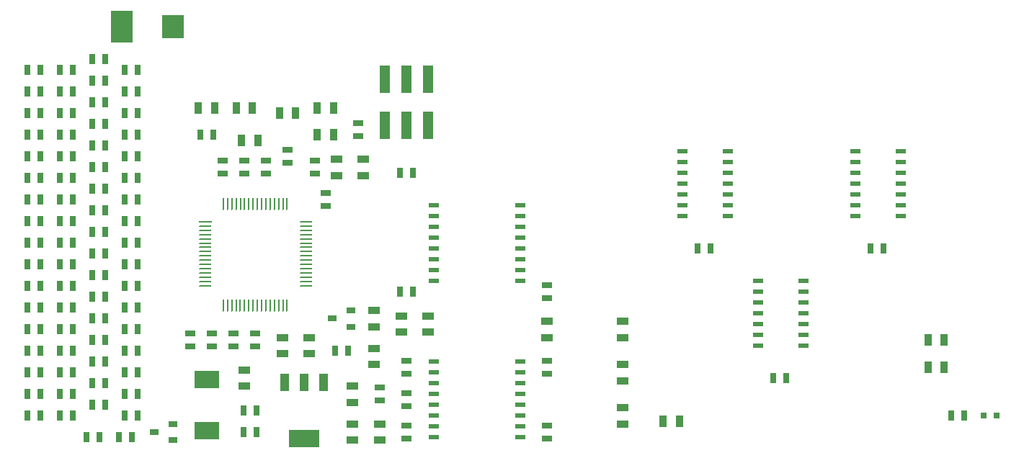
<source format=gtp>
G04 #@! TF.FileFunction,Paste,Top*
%FSLAX46Y46*%
G04 Gerber Fmt 4.6, Leading zero omitted, Abs format (unit mm)*
G04 Created by KiCad (PCBNEW 4.0.1-3.201512221402+6198~38~ubuntu14.04.1-stable) date Sun Jan 24 13:17:44 2016*
%MOMM*%
G01*
G04 APERTURE LIST*
%ADD10C,0.150000*%
%ADD11R,1.524000X0.248920*%
%ADD12O,1.524000X0.248920*%
%ADD13O,0.248920X1.524000*%
%ADD14R,1.000760X0.800100*%
%ADD15R,3.657600X2.032000*%
%ADD16R,1.016000X2.032000*%
%ADD17R,1.143000X0.508000*%
%ADD18R,2.999740X1.998980*%
%ADD19R,1.397000X0.889000*%
%ADD20R,0.889000X1.397000*%
%ADD21R,0.635000X1.143000*%
%ADD22R,1.143000X0.635000*%
%ADD23R,0.797560X0.797560*%
%ADD24R,1.270000X3.180000*%
%ADD25R,2.550160X2.700020*%
%ADD26R,2.550160X3.799840*%
G04 APERTURE END LIST*
D10*
D11*
X88110060Y-55940960D03*
D12*
X88110060Y-56441340D03*
X88110060Y-56941720D03*
X88110060Y-57442100D03*
X88110060Y-57942480D03*
X88110060Y-58440320D03*
X88110060Y-58940700D03*
X88110060Y-59441080D03*
X88110060Y-59941460D03*
X88110060Y-60441840D03*
X88110060Y-60942220D03*
X88110060Y-61440060D03*
X88110060Y-61940440D03*
X88110060Y-62440820D03*
X88110060Y-62941200D03*
X88110060Y-63441580D03*
D13*
X90230960Y-65722500D03*
X90731340Y-65722500D03*
X91231720Y-65722500D03*
X91732100Y-65722500D03*
X92232480Y-65722500D03*
X92730320Y-65722500D03*
X93230700Y-65722500D03*
X93731080Y-65722500D03*
X94231460Y-65722500D03*
X94731840Y-65722500D03*
X95232220Y-65722500D03*
X95730060Y-65722500D03*
X96230440Y-65722500D03*
X96730820Y-65722500D03*
X97231200Y-65722500D03*
X97731580Y-65722500D03*
D12*
X100012500Y-63441580D03*
X100012500Y-62941200D03*
X100012500Y-62440820D03*
X100012500Y-61940440D03*
X100012500Y-61440060D03*
X100012500Y-60942220D03*
X100012500Y-60441840D03*
X100012500Y-59941460D03*
X100012500Y-59441080D03*
X100012500Y-58940700D03*
X100012500Y-58440320D03*
X100012500Y-57942480D03*
X100012500Y-57442100D03*
X100012500Y-56941720D03*
X100012500Y-56441340D03*
X100012500Y-55940960D03*
D13*
X97731580Y-53820060D03*
X97231200Y-53820060D03*
X96230440Y-53820060D03*
X96730820Y-53802280D03*
X95730060Y-53820060D03*
X95232220Y-53820060D03*
X94731840Y-53820060D03*
X94231460Y-53820060D03*
X93731080Y-53820060D03*
X93230700Y-53820060D03*
X92737940Y-53820060D03*
X92237560Y-53820060D03*
X91737180Y-53820060D03*
X91236800Y-53820060D03*
X90738960Y-53820060D03*
X90238580Y-53820060D03*
D14*
X103040180Y-67310000D03*
X105239820Y-66357500D03*
X105239820Y-68262500D03*
X82085180Y-80645000D03*
X84284820Y-79692500D03*
X84284820Y-81597500D03*
D15*
X99695000Y-81407000D03*
D16*
X99695000Y-74803000D03*
X97409000Y-74803000D03*
X101981000Y-74803000D03*
D17*
X125095000Y-81280000D03*
X125095000Y-80010000D03*
X125095000Y-78740000D03*
X125095000Y-77470000D03*
X125095000Y-76200000D03*
X125095000Y-74930000D03*
X125095000Y-73660000D03*
X125095000Y-72390000D03*
X114935000Y-72390000D03*
X114935000Y-73660000D03*
X114935000Y-74930000D03*
X114935000Y-76200000D03*
X114935000Y-77470000D03*
X114935000Y-78740000D03*
X114935000Y-80010000D03*
X114935000Y-81280000D03*
X125095000Y-62865000D03*
X125095000Y-61595000D03*
X125095000Y-60325000D03*
X125095000Y-59055000D03*
X125095000Y-57785000D03*
X125095000Y-56515000D03*
X125095000Y-55245000D03*
X125095000Y-53975000D03*
X114935000Y-53975000D03*
X114935000Y-55245000D03*
X114935000Y-56515000D03*
X114935000Y-57785000D03*
X114935000Y-59055000D03*
X114935000Y-60325000D03*
X114935000Y-61595000D03*
X114935000Y-62865000D03*
X158369000Y-70485000D03*
X158369000Y-69215000D03*
X158369000Y-67945000D03*
X158369000Y-66675000D03*
X158369000Y-65405000D03*
X158369000Y-64135000D03*
X158369000Y-62865000D03*
X153035000Y-62865000D03*
X153035000Y-64135000D03*
X153035000Y-65405000D03*
X153035000Y-66675000D03*
X153035000Y-67945000D03*
X153035000Y-69215000D03*
X153035000Y-70485000D03*
X169799000Y-55245000D03*
X169799000Y-53975000D03*
X169799000Y-52705000D03*
X169799000Y-51435000D03*
X169799000Y-50165000D03*
X169799000Y-48895000D03*
X169799000Y-47625000D03*
X164465000Y-47625000D03*
X164465000Y-48895000D03*
X164465000Y-50165000D03*
X164465000Y-51435000D03*
X164465000Y-52705000D03*
X164465000Y-53975000D03*
X164465000Y-55245000D03*
X149479000Y-55245000D03*
X149479000Y-53975000D03*
X149479000Y-52705000D03*
X149479000Y-51435000D03*
X149479000Y-50165000D03*
X149479000Y-48895000D03*
X149479000Y-47625000D03*
X144145000Y-47625000D03*
X144145000Y-48895000D03*
X144145000Y-50165000D03*
X144145000Y-51435000D03*
X144145000Y-52705000D03*
X144145000Y-53975000D03*
X144145000Y-55245000D03*
D18*
X88265000Y-74470260D03*
X88265000Y-80469740D03*
D19*
X137160000Y-79692500D03*
X137160000Y-77787500D03*
X137160000Y-74612500D03*
X137160000Y-72707500D03*
D20*
X141922500Y-79375000D03*
X143827500Y-79375000D03*
D19*
X107950000Y-72707500D03*
X107950000Y-70802500D03*
X108585000Y-81597500D03*
X108585000Y-79692500D03*
X105410000Y-75247500D03*
X105410000Y-77152500D03*
D20*
X173037500Y-73025000D03*
X174942500Y-73025000D03*
X173037500Y-69850000D03*
X174942500Y-69850000D03*
D19*
X107950000Y-66357500D03*
X107950000Y-68262500D03*
X105410000Y-81597500D03*
X105410000Y-79692500D03*
D20*
X101282500Y-42545000D03*
X103187500Y-42545000D03*
D19*
X92710000Y-75247500D03*
X92710000Y-73342500D03*
X100330000Y-69532500D03*
X100330000Y-71437500D03*
D20*
X98742500Y-43180000D03*
X96837500Y-43180000D03*
D19*
X97155000Y-69532500D03*
X97155000Y-71437500D03*
D20*
X87312500Y-42545000D03*
X89217500Y-42545000D03*
X101282500Y-45720000D03*
X103187500Y-45720000D03*
X93662500Y-42545000D03*
X91757500Y-42545000D03*
D19*
X137160000Y-69532500D03*
X137160000Y-67627500D03*
X128270000Y-69532500D03*
X128270000Y-67627500D03*
X114300000Y-66992500D03*
X114300000Y-68897500D03*
X111125000Y-68897500D03*
X111125000Y-66992500D03*
X106680000Y-50482500D03*
X106680000Y-48577500D03*
X103505000Y-50482500D03*
X103505000Y-48577500D03*
D20*
X94297500Y-46355000D03*
X92392500Y-46355000D03*
D21*
X166243000Y-59055000D03*
X167767000Y-59055000D03*
X145923000Y-59055000D03*
X147447000Y-59055000D03*
X79502000Y-81280000D03*
X77978000Y-81280000D03*
X75692000Y-81280000D03*
X74168000Y-81280000D03*
D22*
X111760000Y-77597000D03*
X111760000Y-76073000D03*
X106045000Y-45847000D03*
X106045000Y-44323000D03*
D21*
X154813000Y-74295000D03*
X156337000Y-74295000D03*
D22*
X111760000Y-81407000D03*
X111760000Y-79883000D03*
X111760000Y-73787000D03*
X111760000Y-72263000D03*
X128270000Y-73787000D03*
X128270000Y-72263000D03*
X108585000Y-76962000D03*
X108585000Y-75438000D03*
X128270000Y-81407000D03*
X128270000Y-79883000D03*
D21*
X112522000Y-64135000D03*
X110998000Y-64135000D03*
D22*
X91440000Y-69088000D03*
X91440000Y-70612000D03*
X92710000Y-50292000D03*
X92710000Y-48768000D03*
X93980000Y-70612000D03*
X93980000Y-69088000D03*
X95250000Y-48768000D03*
X95250000Y-50292000D03*
D21*
X87503000Y-45720000D03*
X89027000Y-45720000D03*
D22*
X97790000Y-49022000D03*
X97790000Y-47498000D03*
X90170000Y-50292000D03*
X90170000Y-48768000D03*
D21*
X177292000Y-78740000D03*
X175768000Y-78740000D03*
D22*
X128270000Y-63373000D03*
X128270000Y-64897000D03*
D21*
X110998000Y-50165000D03*
X112522000Y-50165000D03*
D22*
X100965000Y-50292000D03*
X100965000Y-48768000D03*
X88900000Y-69088000D03*
X88900000Y-70612000D03*
X102235000Y-54102000D03*
X102235000Y-52578000D03*
X86360000Y-69088000D03*
X86360000Y-70612000D03*
D21*
X103378000Y-71120000D03*
X104902000Y-71120000D03*
X94107000Y-78105000D03*
X92583000Y-78105000D03*
D23*
X181089300Y-78740000D03*
X179590700Y-78740000D03*
D24*
X111760000Y-44630000D03*
X114300000Y-44630000D03*
X109220000Y-44630000D03*
X111760000Y-39190000D03*
X109220000Y-39190000D03*
X114300000Y-39190000D03*
D21*
X67183000Y-53340000D03*
X68707000Y-53340000D03*
X67183000Y-58420000D03*
X68707000Y-58420000D03*
X67183000Y-55880000D03*
X68707000Y-55880000D03*
X67183000Y-50800000D03*
X68707000Y-50800000D03*
X67183000Y-78740000D03*
X68707000Y-78740000D03*
X67183000Y-76200000D03*
X68707000Y-76200000D03*
X67183000Y-71120000D03*
X68707000Y-71120000D03*
X67183000Y-73660000D03*
X68707000Y-73660000D03*
X67183000Y-45720000D03*
X68707000Y-45720000D03*
X67183000Y-48260000D03*
X68707000Y-48260000D03*
X67183000Y-40640000D03*
X68707000Y-40640000D03*
X67183000Y-43180000D03*
X68707000Y-43180000D03*
X67183000Y-38100000D03*
X68707000Y-38100000D03*
X67183000Y-63500000D03*
X68707000Y-63500000D03*
X67183000Y-60960000D03*
X68707000Y-60960000D03*
X67183000Y-66040000D03*
X68707000Y-66040000D03*
X67183000Y-68580000D03*
X68707000Y-68580000D03*
X78613000Y-58420000D03*
X80137000Y-58420000D03*
X70993000Y-58420000D03*
X72517000Y-58420000D03*
X74803000Y-57150000D03*
X76327000Y-57150000D03*
X74803000Y-54610000D03*
X76327000Y-54610000D03*
X70993000Y-55880000D03*
X72517000Y-55880000D03*
X78613000Y-55880000D03*
X80137000Y-55880000D03*
X78613000Y-50800000D03*
X80137000Y-50800000D03*
X70993000Y-50800000D03*
X72517000Y-50800000D03*
X74803000Y-49530000D03*
X76327000Y-49530000D03*
X74803000Y-41910000D03*
X76327000Y-41910000D03*
X78613000Y-78740000D03*
X80137000Y-78740000D03*
X70993000Y-78740000D03*
X72517000Y-78740000D03*
X74803000Y-77470000D03*
X76327000Y-77470000D03*
X74803000Y-74930000D03*
X76327000Y-74930000D03*
X70993000Y-76200000D03*
X72517000Y-76200000D03*
X78613000Y-76200000D03*
X80137000Y-76200000D03*
X78613000Y-71120000D03*
X80137000Y-71120000D03*
X70993000Y-71120000D03*
X72517000Y-71120000D03*
X74803000Y-69850000D03*
X76327000Y-69850000D03*
X74803000Y-72390000D03*
X76327000Y-72390000D03*
X78613000Y-48260000D03*
X80137000Y-48260000D03*
X70993000Y-48260000D03*
X72517000Y-48260000D03*
X74803000Y-46990000D03*
X76327000Y-46990000D03*
X74803000Y-52070000D03*
X76327000Y-52070000D03*
X74803000Y-44450000D03*
X76327000Y-44450000D03*
X70993000Y-45720000D03*
X72517000Y-45720000D03*
X78613000Y-45720000D03*
X80137000Y-45720000D03*
X78613000Y-40640000D03*
X80137000Y-40640000D03*
X70993000Y-40640000D03*
X72517000Y-40640000D03*
X74803000Y-39370000D03*
X76327000Y-39370000D03*
X70993000Y-38100000D03*
X72517000Y-38100000D03*
X70993000Y-43180000D03*
X72517000Y-43180000D03*
X78613000Y-43180000D03*
X80137000Y-43180000D03*
X78613000Y-53340000D03*
X80137000Y-53340000D03*
X70993000Y-53340000D03*
X72517000Y-53340000D03*
X78613000Y-38100000D03*
X80137000Y-38100000D03*
X74803000Y-36830000D03*
X76327000Y-36830000D03*
X78613000Y-73660000D03*
X80137000Y-73660000D03*
X70993000Y-73660000D03*
X72517000Y-73660000D03*
X70993000Y-63500000D03*
X72517000Y-63500000D03*
X74803000Y-62230000D03*
X76327000Y-62230000D03*
X74803000Y-59690000D03*
X76327000Y-59690000D03*
X70993000Y-60960000D03*
X72517000Y-60960000D03*
X78613000Y-63500000D03*
X80137000Y-63500000D03*
X78613000Y-60960000D03*
X80137000Y-60960000D03*
X78613000Y-66040000D03*
X80137000Y-66040000D03*
X70993000Y-66040000D03*
X72517000Y-66040000D03*
X74803000Y-64770000D03*
X76327000Y-64770000D03*
X74803000Y-67310000D03*
X76327000Y-67310000D03*
X70993000Y-68580000D03*
X72517000Y-68580000D03*
X78613000Y-68580000D03*
X80137000Y-68580000D03*
D25*
X84279740Y-33020000D03*
D26*
X78280260Y-33020000D03*
D21*
X92583000Y-80645000D03*
X94107000Y-80645000D03*
M02*

</source>
